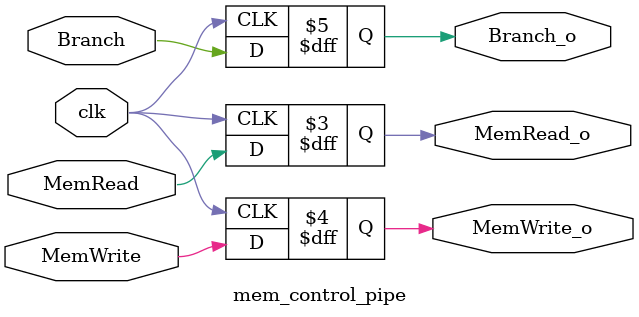
<source format=v>





module mem_control_pipe (
	// inputs
	input wire MemRead,
	input wire MemWrite,
	input wire Branch,
	input wire clk,
	// outputs
	output reg MemRead_o,
	output reg MemWrite_o,
	output reg Branch_o);
	
initial begin
	MemRead_o = 0;
	MemWrite_o = 0;
	Branch_o = 0;
end
	
always @(posedge clk) begin
	MemRead_o <= MemRead;
	MemWrite_o <= MemWrite;
	Branch_o <= Branch;
end

endmodule

</source>
